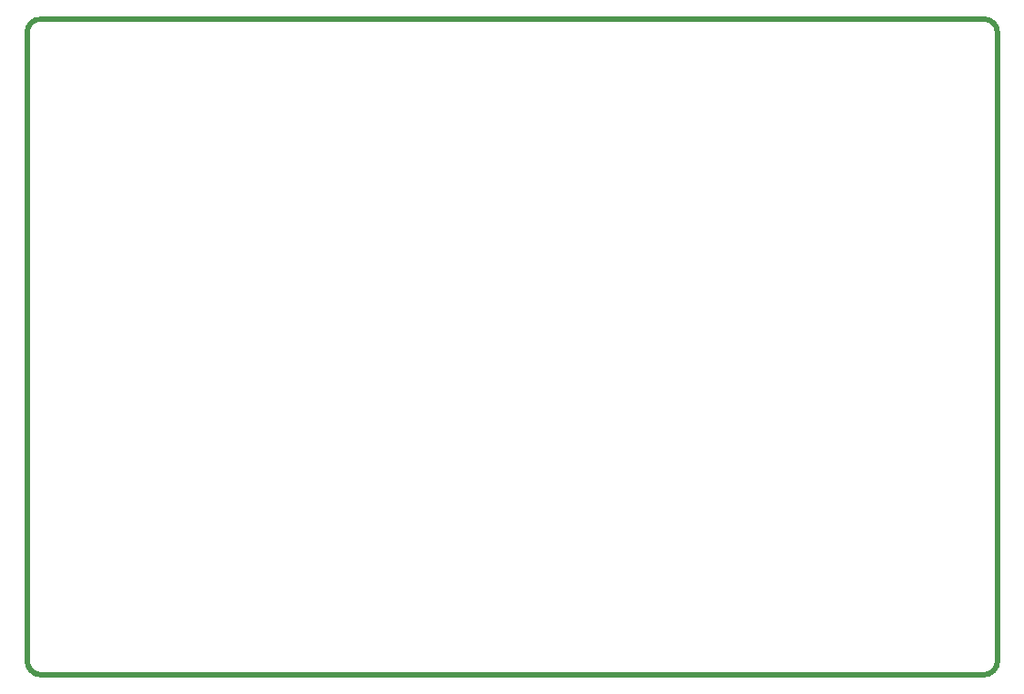
<source format=gbr>
%TF.GenerationSoftware,KiCad,Pcbnew,7.0.7*%
%TF.CreationDate,2023-09-28T17:42:14-05:00*%
%TF.ProjectId,CatLasers,4361744c-6173-4657-9273-2e6b69636164,rev?*%
%TF.SameCoordinates,Original*%
%TF.FileFunction,Profile,NP*%
%FSLAX46Y46*%
G04 Gerber Fmt 4.6, Leading zero omitted, Abs format (unit mm)*
G04 Created by KiCad (PCBNEW 7.0.7) date 2023-09-28 17:42:14*
%MOMM*%
%LPD*%
G01*
G04 APERTURE LIST*
%TA.AperFunction,Profile*%
%ADD10C,0.500000*%
%TD*%
G04 APERTURE END LIST*
D10*
X45720000Y-78740000D02*
X45703426Y-20320000D01*
X134620000Y-80010000D02*
X46990000Y-80010000D01*
X135890000Y-20320000D02*
X135890000Y-78740000D01*
X46990000Y-19033426D02*
X134620000Y-19050000D01*
X46990000Y-19033426D02*
G75*
G03*
X45703426Y-20320000I-1J-1286573D01*
G01*
X45720000Y-78740000D02*
G75*
G03*
X46990000Y-80010000I1270000J0D01*
G01*
X134620000Y-80010000D02*
G75*
G03*
X135890000Y-78740000I0J1270000D01*
G01*
X135890000Y-20320000D02*
G75*
G03*
X134620000Y-19050000I-1270000J0D01*
G01*
M02*

</source>
